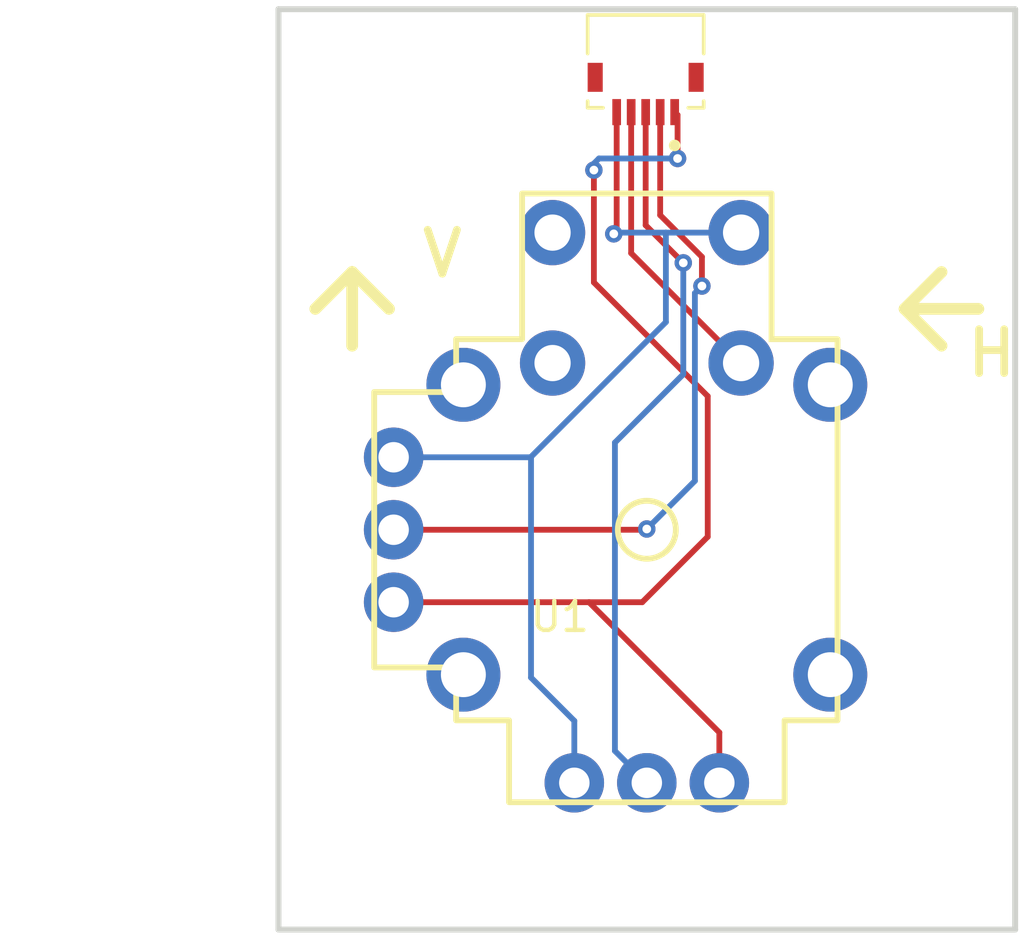
<source format=kicad_pcb>
(kicad_pcb (version 20240108) (generator "pcbnew") (generator_version "8.99")
  (title_block (title "PS5 Thumbstick Breakout Board") (date "2024-08-30") (rev "rev.01") (company "Author: Daniel Benoy") (comment 3 "https://creativecommons.org/licenses/by-sa/4.0/") (comment 4 "This hardware is licensed under Creative Commons ShareAlike 4.0 International"))
  (layers (0 "F.Cu" signal) (31 "B.Cu" signal) (34 "B.Paste" user) (35 "F.Paste" user) (36 "B.SilkS" user "B.Silkscreen") (37 "F.SilkS" user "F.Silkscreen") (38 "B.Mask" user) (39 "F.Mask" user) (44 "Edge.Cuts" user))
  (net 0 "")
  (net 1 "/VERT")
  (net 2 "GND")
  (net 3 "/HORZ")
  (net 4 "/SEL")
  (net 5 "VCC")
  (footprint "thumbstick-breakout:Screw Hole" (layer "F.Cu") (at 139.84 115.24)
    (property "Reference" "U$3" (hide yes))
    (property "Value" "Screw Hole" (hide yes))
    (pad "" np_thru_hole circle (at 0 0) (size 3.302 3.302) (drill 3.302) (layers "F&B.Cu" "*.Mask"))
  )
  (footprint "thumbstick-breakout:Joystick" (layer "F.Cu") (at 150 103.987 180)
    (property "Reference" "U1" (at 3 -3 0) (layer "F.SilkS"))
    (property "Value" "~" (hide yes))
    (fp_circle (center 0 0) (end 1 0) (stroke (width 0.2)) (fill none) (layer "F.SilkS"))
    (fp_poly (pts (xy -4.75 -9.4) (xy 4.75 -9.4) (xy 4.75 -6.575) (xy 6.575 -6.575) (xy 6.575 -4.75) (xy 9.4 -4.75) (xy 9.4 4.75) (xy 6.575 4.75) (xy 6.575 6.575) (xy 4.3 6.575) (xy 4.3 11.6) (xy -4.3 11.6) (xy -4.3 6.575) (xy -6.575 6.575) (xy -6.575 -6.575) (xy -4.75 -6.575)) (stroke (width 0.2)) (fill none) (layer "F.SilkS"))
    (pad "" thru_hole circle (at -6.325 -5 180) (size 2.55 2.55) (drill 1.55) (layers "*.Cu" "*.Mask"))
    (pad "" thru_hole circle (at -6.325 5 180) (size 2.55 2.55) (drill 1.55) (layers "*.Cu" "*.Mask"))
    (pad "" thru_hole circle (at 6.325 -5 180) (size 2.55 2.55) (drill 1.55) (layers "*.Cu" "*.Mask"))
    (pad "" thru_hole circle (at 6.325 5 180) (size 2.55 2.55) (drill 1.55) (layers "*.Cu" "*.Mask"))
    (pad "1" thru_hole circle (at 2.5 -8.73 180) (size 2.05 2.05) (drill 1.05) (layers "*.Cu" "*.Mask") (net 2 "GND"))
    (pad "1'" thru_hole circle (at 8.73 2.5 180) (size 2.05 2.05) (drill 1.05) (layers "*.Cu" "*.Mask") (net 2 "GND"))
    (pad "2" thru_hole circle (at 0 -8.73 180) (size 2.05 2.05) (drill 1.05) (layers "*.Cu" "*.Mask") (net 3 "/HORZ"))
    (pad "2'" thru_hole circle (at 8.73 0 180) (size 2.05 2.05) (drill 1.05) (layers "*.Cu" "*.Mask") (net 1 "/VERT"))
    (pad "3" thru_hole circle (at -2.5 -8.73 180) (size 2.05 2.05) (drill 1.05) (layers "*.Cu" "*.Mask") (net 5 "VCC"))
    (pad "3'" thru_hole circle (at 8.73 -2.5 180) (size 2.05 2.05) (drill 1.05) (layers "*.Cu" "*.Mask") (net 5 "VCC"))
    (pad "a" thru_hole circle (at -3.25 5.75 180) (size 2.25 2.25) (drill 1.25) (layers "*.Cu" "*.Mask") (net 4 "/SEL"))
    (pad "b" thru_hole circle (at 3.25 5.75 180) (size 2.25 2.25) (drill 1.25) (layers "*.Cu" "*.Mask"))
    (pad "c" thru_hole circle (at -3.25 10.25 180) (size 2.25 2.25) (drill 1.25) (layers "*.Cu" "*.Mask") (net 2 "GND"))
    (pad "d" thru_hole circle (at 3.25 10.25 180) (size 2.25 2.25) (drill 1.25) (layers "*.Cu" "*.Mask"))
  )
  (footprint "thumbstick-breakout:Screw Hole" (layer "F.Cu") (at 160.16 115.24)
    (property "Reference" "U$4" (hide yes))
    (property "Value" "Screw Hole" (hide yes))
    (pad "" np_thru_hole circle (at 0 0) (size 3.302 3.302) (drill 3.302) (layers "F&B.Cu" "*.Mask"))
  )
  (footprint "footprints:AMPHENOL_59453-051110ECHLF" (layer "F.Cu") (at 149.96 88.38 180)
    (property "Reference" "J1")
    (property "Value" "59453-051110ECHLF")
    (fp_line (start 2 2.15) (end 2 0.82) (stroke (width 0.127)) (layer "F.SilkS"))
    (fp_line (start 2 2.15) (end -2 2.15) (stroke (width 0.127)) (layer "F.SilkS"))
    (fp_line (start 2 -1.05) (end 2 -0.82) (stroke (width 0.127)) (layer "F.SilkS"))
    (fp_line (start 1.47 -1.05) (end 2 -1.05) (stroke (width 0.127)) (layer "F.SilkS"))
    (fp_line (start -2 2.15) (end -2 0.82) (stroke (width 0.127)) (layer "F.SilkS"))
    (fp_line (start -2 -0.82) (end -2 -1.05) (stroke (width 0.127)) (layer "F.SilkS"))
    (fp_line (start -2 -1.05) (end -1.47 -1.05) (stroke (width 0.127)) (layer "F.SilkS"))
    (fp_circle (center -1 -2.35) (end -0.9 -2.35) (stroke (width 0.2)) (fill none) (layer "F.SilkS"))
    (pad "1" smd rect (at -1 -1.2 180) (size 0.3 0.9) (layers "F.Cu" "F.Paste" "F.Mask") (net 5 "VCC"))
    (pad "2" smd rect (at -0.5 -1.2 180) (size 0.3 0.9) (layers "F.Cu" "F.Paste" "F.Mask") (net 1 "/VERT"))
    (pad "3" smd rect (at 0 -1.2 180) (size 0.3 0.9) (layers "F.Cu" "F.Paste" "F.Mask") (net 3 "/HORZ"))
    (pad "4" smd rect (at 0.5 -1.2 180) (size 0.3 0.9) (layers "F.Cu" "F.Paste" "F.Mask") (net 4 "/SEL"))
    (pad "5" smd rect (at 1 -1.2 180) (size 0.3 0.9) (layers "F.Cu" "F.Paste" "F.Mask") (net 2 "GND"))
    (pad "S1" smd rect (at -1.74 0 180) (size 0.52 1) (layers "F.Cu" "F.Paste" "F.Mask"))
    (pad "S2" smd rect (at 1.74 0 180) (size 0.52 1) (layers "F.Cu" "F.Paste" "F.Mask"))
  )
  (footprint "thumbstick-breakout:Screw Hole" (layer "F.Cu") (at 160.16 88.57)
    (property "Reference" "U$6" (hide yes))
    (property "Value" "Screw Hole" (hide yes))
    (pad "" np_thru_hole circle (at 0 0) (size 3.302 3.302) (drill 3.302) (layers "F&B.Cu" "*.Mask"))
  )
  (footprint "thumbstick-breakout:Screw Hole" (layer "F.Cu") (at 139.84 88.57)
    (property "Reference" "U$5" (hide yes))
    (property "Value" "Screw Hole" (hide yes))
    (pad "" np_thru_hole circle (at 0 0) (size 3.302 3.302) (drill 3.302) (layers "F&B.Cu" "*.Mask"))
  )
  (gr_line (start 158.89 96.367) (end 160.16 95.097) (stroke (width 0.4064)) (layer "F.SilkS"))
  (gr_line (start 139.84 95.097) (end 141.11 96.367) (stroke (width 0.4064)) (layer "F.SilkS"))
  (gr_line (start 161.43 96.367) (end 158.89 96.367) (stroke (width 0.4064)) (layer "F.SilkS"))
  (gr_line (start 139.84 95.097) (end 138.57 96.367) (stroke (width 0.4064)) (layer "F.SilkS"))
  (gr_line (start 158.89 96.367) (end 160.16 97.637) (stroke (width 0.4064)) (layer "F.SilkS"))
  (gr_line (start 139.84 97.637) (end 139.84 95.097) (stroke (width 0.4064)) (layer "F.SilkS"))
  (gr_line (start 137.3 86.03) (end 137.3 117.78) (stroke (width 0.2032)) (layer "Edge.Cuts"))
  (gr_line (start 162.7 86.03) (end 137.3 86.03) (stroke (width 0.2032)) (layer "Edge.Cuts"))
  (gr_line (start 137.3 117.78) (end 162.7 117.78) (stroke (width 0.2032)) (layer "Edge.Cuts"))
  (gr_line (start 162.7 117.78) (end 162.7 86.03) (stroke (width 0.2032)) (layer "Edge.Cuts"))
  (gr_text "V" (at 142.126 95.351 0) (layer "F.SilkS") (effects (font (size 1.5113 1.5113) (thickness 0.2667)) (justify left bottom)))
  (gr_text "H" (at 160.922 98.78 0) (layer "F.SilkS") (effects (font (size 1.5113 1.5113) (thickness 0.2667)) (justify left bottom)))
  (segment (start 149.918979 103.961021) (end 149.893 103.987) (width 0.2) (layer "F.Cu") (net 1))
  (segment (start 149.893 103.987) (end 141.27 103.987) (width 0.2) (layer "F.Cu") (net 1))
  (segment (start 150.46 93.134471) (end 150.46 89.58) (width 0.2) (layer "F.Cu") (net 1))
  (segment (start 151.9 94.574471) (end 150.46 93.134471) (width 0.2) (layer "F.Cu") (net 1))
  (segment (start 149.998297 103.961021) (end 149.918979 103.961021) (width 0.2) (layer "F.Cu") (net 1))
  (segment (start 151.9 95.58) (end 151.9 94.574471) (width 0.2) (layer "F.Cu") (net 1))
  (via (at 151.9 95.58) (size 0.6) (drill 0.3) (layers "F.Cu" "B.Cu") (net 1))
  (via (at 149.998297 103.961021) (size 0.6) (drill 0.3) (layers "F.Cu" "B.Cu") (net 1))
  (segment (start 151.657 102.302318) (end 149.998297 103.961021) (width 0.2) (layer "B.Cu") (net 1))
  (segment (start 151.657 95.823) (end 151.657 102.302318) (width 0.2) (layer "B.Cu") (net 1))
  (segment (start 151.9 95.58) (end 151.657 95.823) (width 0.2) (layer "B.Cu") (net 1))
  (segment (start 148.96 93.68) (end 148.96 89.58) (width 0.2) (layer "F.Cu") (net 2))
  (segment (start 148.86 93.78) (end 148.96 93.68) (width 0.2) (layer "F.Cu") (net 2))
  (via (at 148.86 93.78) (size 0.6) (drill 0.3) (layers "F.Cu" "B.Cu") (net 2))
  (segment (start 148.86 93.78) (end 148.903 93.737) (width 0.2) (layer "B.Cu") (net 2))
  (segment (start 146.007 109.087) (end 147.5 110.58) (width 0.2) (layer "B.Cu") (net 2))
  (segment (start 150.657 93.737) (end 150.657 96.823) (width 0.2) (layer "B.Cu") (net 2))
  (segment (start 146.007 101.487) (end 146.007 109.087) (width 0.2) (layer "B.Cu") (net 2))
  (segment (start 146.007 101.487) (end 141.27 101.487) (width 0.2) (layer "B.Cu") (net 2))
  (segment (start 147.5 110.58) (end 147.5 112.717) (width 0.2) (layer "B.Cu") (net 2))
  (segment (start 150.657 93.737) (end 153.25 93.737) (width 0.2) (layer "B.Cu") (net 2))
  (segment (start 146.007 101.473) (end 146.007 101.487) (width 0.2) (layer "B.Cu") (net 2))
  (segment (start 148.903 93.737) (end 150.657 93.737) (width 0.2) (layer "B.Cu") (net 2))
  (segment (start 150.657 96.823) (end 146.007 101.473) (width 0.2) (layer "B.Cu") (net 2))
  (segment (start 149.96 89.58) (end 149.96 93.483) (width 0.2) (layer "F.Cu") (net 3))
  (segment (start 149.96 93.483) (end 151.257 94.78) (width 0.2) (layer "F.Cu") (net 3))
  (via (at 151.257 94.78) (size 0.6) (drill 0.3) (layers "F.Cu" "B.Cu") (net 3))
  (segment (start 148.9 100.98) (end 148.9 111.617) (width 0.2) (layer "B.Cu") (net 3))
  (segment (start 151.257 94.78) (end 151.257 98.623) (width 0.2) (layer "B.Cu") (net 3))
  (segment (start 148.9 111.617) (end 150 112.717) (width 0.2) (layer "B.Cu") (net 3))
  (segment (start 151.257 98.623) (end 148.9 100.98) (width 0.2) (layer "B.Cu") (net 3))
  (segment (start 149.46 94.447) (end 153.25 98.237) (width 0.2) (layer "F.Cu") (net 4))
  (segment (start 149.46 89.58) (end 149.46 94.447) (width 0.2) (layer "F.Cu") (net 4))
  (segment (start 151.06 89.68) (end 150.96 89.58) (width 0.2) (layer "F.Cu") (net 5))
  (segment (start 148.007 106.487) (end 141.27 106.487) (width 0.2) (layer "F.Cu") (net 5))
  (segment (start 148.175 95.455) (end 152.1 99.38) (width 0.2) (layer "F.Cu") (net 5))
  (segment (start 151.06 91.18) (end 151.06 89.68) (width 0.2) (layer "F.Cu") (net 5))
  (segment (start 152.5 110.98) (end 148.007 106.487) (width 0.2) (layer "F.Cu") (net 5))
  (segment (start 152.1 104.228529) (end 149.841529 106.487) (width 0.2) (layer "F.Cu") (net 5))
  (segment (start 149.841529 106.487) (end 148.007 106.487) (width 0.2) (layer "F.Cu") (net 5))
  (segment (start 152.1 99.38) (end 152.1 104.228529) (width 0.2) (layer "F.Cu") (net 5))
  (segment (start 152.5 112.717) (end 152.5 110.98) (width 0.2) (layer "F.Cu") (net 5))
  (segment (start 148.175 91.58) (end 148.175 95.455) (width 0.2) (layer "F.Cu") (net 5))
  (via (at 151.06 91.18) (size 0.6) (drill 0.3) (layers "F.Cu" "B.Cu") (net 5))
  (via (at 148.175 91.58) (size 0.6) (drill 0.3) (layers "F.Cu" "B.Cu") (net 5))
  (segment (start 148.175 91.353529) (end 148.348529 91.18) (width 0.2) (layer "B.Cu") (net 5))
  (segment (start 148.175 91.58) (end 148.175 91.353529) (width 0.2) (layer "B.Cu") (net 5))
  (segment (start 148.348529 91.18) (end 151.06 91.18) (width 0.2) (layer "B.Cu") (net 5))
)
</source>
